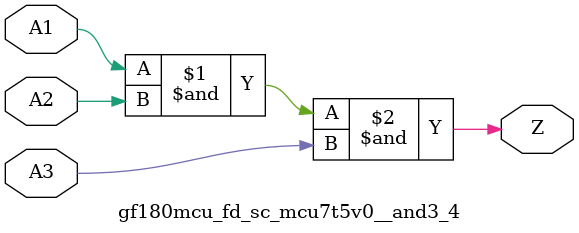
<source format=v>

module gf180mcu_fd_sc_mcu7t5v0__and3_4( A3, A2, A1, Z );
input A1, A2, A3;
output Z;

	and MGM_BG_0( Z, A1, A2, A3 );

endmodule

</source>
